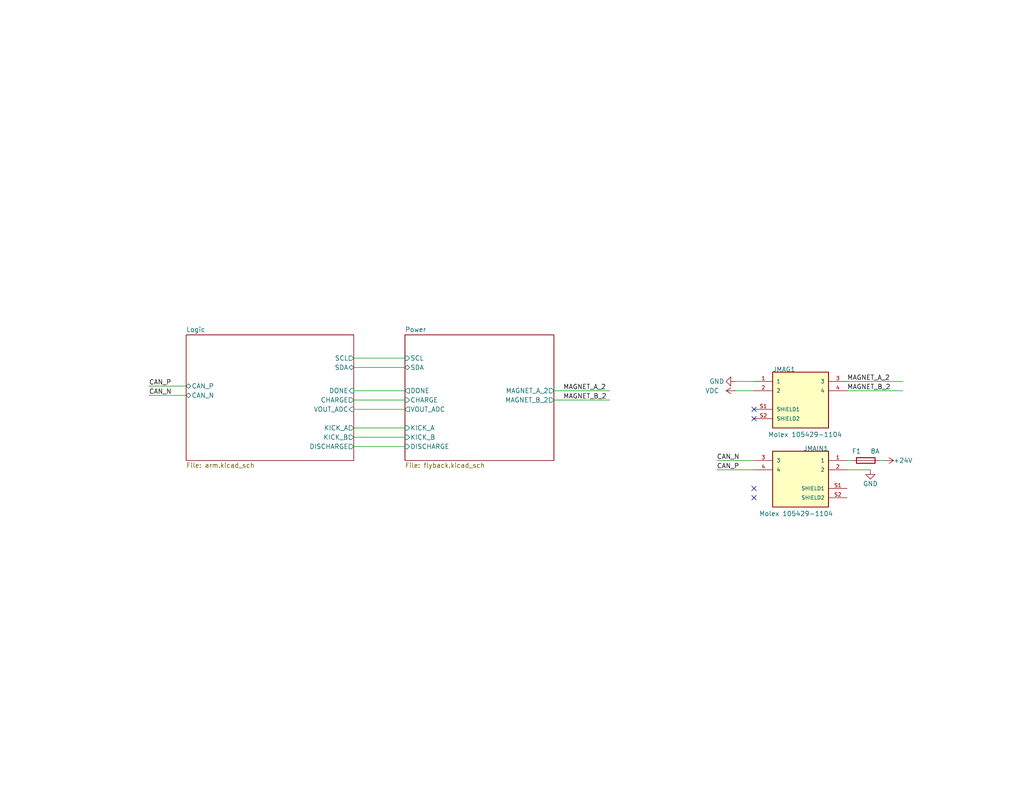
<source format=kicad_sch>
(kicad_sch (version 20230121) (generator eeschema)
  (paper "A")
  (lib_symbols
    (symbol "1054291104:1054291104" (pin_names (offset 1.016))
      (property "Reference" "J" (at -7.62 8.89 0))
      (property "Value" "1054291104" (at -7.62 -10.16 0))
      (symbol "1054291104_0_0"
        (rectangle (start -7.62 7.62) (end 7.62 -7.62) (stroke (width 0.254)) (fill (type background)))
        (pin passive line (at -12.7 5.08 0) (length 5.08) (name "1") (number "1"))
        (pin passive line (at -12.7 2.54 0) (length 5.08) (name "2") (number "2"))
        (pin passive line (at 12.7 5.08 180) (length 5.08) (name "3") (number "3"))
        (pin passive line (at 12.7 2.54 180) (length 5.08) (name "4") (number "4"))
        (pin passive line (at -12.7 -2.54 0) (length 5.08) (name "SHIELD1") (number "S1"))
        (pin passive line (at -12.7 -5.08 0) (length 5.08) (name "SHIELD2") (number "S2"))
      )
    )
    (symbol "Device:Fuse" (pin_numbers hide) (pin_names (offset 0))
      (property "Reference" "F" (at 2.032 0 90))
      (property "Value" "Fuse" (at -1.905 0 90))
      (symbol "Fuse_0_1"
        (rectangle (start -0.762 -2.54) (end 0.762 2.54) (stroke (width 0.254)))
        (polyline (pts (xy 0 2.54) (xy 0 -2.54)))
      )
      (symbol "Fuse_1_1"
        (pin passive line (at 0 3.81 270) (length 1.27) (name "~") (number "1"))
        (pin passive line (at 0 -3.81 90) (length 1.27) (name "~") (number "2"))
      )
    )
    (symbol "power:+24V" (power) (pin_names (offset 0))
      (property "Value" "+24V" (at 0 3.556 0))
      (symbol "+24V_0_1"
        (polyline (pts (xy -0.762 1.27) (xy 0 2.54)))
        (polyline (pts (xy 0 0) (xy 0 2.54)))
        (polyline (pts (xy 0 2.54) (xy 0.762 1.27)))
      )
      (symbol "+24V_1_1"
        (pin power_in line (at 0 0 90) (length 0) hide (name "+24V") (number "1"))
      )
    )
    (symbol "power:GND" (power) (pin_names (offset 0))
      (property "Value" "GND" (at 0 -3.81 0))
      (symbol "GND_0_1"
        (polyline (pts (xy 0 0) (xy 0 -1.27) (xy 1.27 -1.27) (xy 0 -2.54) (xy -1.27 -1.27) (xy 0 -1.27)))
      )
      (symbol "GND_1_1"
        (pin power_in line (at 0 0 270) (length 0) hide (name "GND") (number "1"))
      )
    )
    (symbol "power:VDC" (power) (pin_names (offset 0))
      (property "Value" "VDC" (at 0 6.35 0))
      (symbol "VDC_0_1"
        (polyline (pts (xy -0.762 1.27) (xy 0 2.54)))
        (polyline (pts (xy 0 0) (xy 0 2.54)))
        (polyline (pts (xy 0 2.54) (xy 0.762 1.27)))
      )
      (symbol "VDC_1_1"
        (pin power_in line (at 0 0 90) (length 0) hide (name "VDC") (number "1"))
      )
    )
  )
  (no_connect (at 205.74 133.35))
  (no_connect (at 205.74 114.3))
  (no_connect (at 205.74 111.76))
  (no_connect (at 205.74 135.89))
  (wire (pts (xy 96.52 97.79) (xy 110.49 97.79)))
  (wire (pts (xy 40.64 107.95) (xy 50.8 107.95)))
  (wire (pts (xy 231.14 104.14) (xy 246.38 104.14)))
  (wire (pts (xy 195.58 125.73) (xy 205.74 125.73)))
  (wire (pts (xy 195.58 128.27) (xy 205.74 128.27)))
  (wire (pts (xy 231.14 128.27) (xy 237.49 128.27)))
  (wire (pts (xy 151.13 106.68) (xy 166.37 106.68)))
  (wire (pts (xy 96.52 119.38) (xy 110.49 119.38)))
  (wire (pts (xy 231.14 106.68) (xy 246.38 106.68)))
  (wire (pts (xy 96.52 111.76) (xy 110.49 111.76)))
  (wire (pts (xy 200.66 104.14) (xy 205.74 104.14)))
  (wire (pts (xy 96.52 109.22) (xy 110.49 109.22)))
  (wire (pts (xy 96.52 121.92) (xy 110.49 121.92)))
  (wire (pts (xy 96.52 100.33) (xy 110.49 100.33)))
  (wire (pts (xy 231.14 125.73) (xy 232.41 125.73)))
  (wire (pts (xy 151.13 109.22) (xy 166.37 109.22)))
  (wire (pts (xy 96.52 116.84) (xy 110.49 116.84)))
  (wire (pts (xy 40.64 105.41) (xy 50.8 105.41)))
  (wire (pts (xy 240.03 125.73) (xy 241.3 125.73)))
  (wire (pts (xy 200.66 106.68) (xy 205.74 106.68)))
  (wire (pts (xy 96.52 106.68) (xy 110.49 106.68)))
  (label "CAN_P" (at 195.58 128.27 0))
  (label "CAN_N" (at 40.64 107.95 0))
  (label "MAGNET_A_2" (at 153.67 106.68 0))
  (label "CAN_P" (at 40.64 105.41 0))
  (label "CAN_N" (at 195.58 125.73 0))
  (label "MAGNET_A_2" (at 231.14 104.14 0))
  (label "MAGNET_B_2" (at 153.67 109.22 0))
  (label "MAGNET_B_2" (at 231.14 106.68 0))
  (symbol (lib_id "power:+24V") (at 241.3 125.73 270) (unit 1)
    (property "Reference" "#PWR062" (effects hide))
    (property "Value" "+24V" (at 246.38 125.73 90))
  )
  (symbol (lib_id "power:GND") (at 237.49 128.27 0) (unit 1)
    (property "Reference" "#PWR061" (effects hide))
    (property "Value" "GND" (at 237.49 132.08 0))
  )
  (symbol (lib_id "power:GND") (at 200.66 104.14 270) (unit 1)
    (property "Reference" "#PWR04" (effects hide))
    (property "Value" "GND" (at 195.58 104.14 90))
  )
  (symbol (lib_id "Device:Fuse") (at 236.22 125.73 90) (unit 1)
    (property "Reference" "F1" (at 233.68 123.19 90))
    (property "Value" "8A" (at 238.76 123.19 90))
    (property "Footprint" "Fuse:Fuse_0603_1608Metric_Pad1.05x0.95mm_HandSolder" (effects hide))
    (property "Part" "SF-0603SA800M-2" (effects hide))
  )
  (symbol (lib_id "1054291104:1054291104") (at 218.44 130.81 0) (mirror y) (unit 1)
    (property "Reference" "JMAIN1" (at 226.06 123.19 0) (effects (justify left bottom)))
    (property "Value" "Molex 105429-1104" (at 227.33 140.97 0) (effects (justify left bottom)))
    (property "Footprint" "1054291104:MOLEX_1054291104" (effects hide))
    (property "LIFECYCLE STATUS" "Not Listed by Manufacturer" (effects hide))
    (property "OCTOPART URL" "https://octopart.com/105429-1104-molex-97696459" (effects hide))
    (property "OCTOPARTID" "b40378db2bae6bc4" (effects hide))
    (property "MANUFACTURER PART NUMBER" "105429-1104" (effects hide))
    (property "PARTREV" "D" (effects hide))
    (property "MANUFACTURER" "Molex" (effects hide))
    (property "MAXIMUM_PACKAGE_HEIGHT" "11.16 mm" (effects hide))
    (property "STANDARD" "Manufacturer Recommendations" (effects hide))
  )
  (symbol (lib_id "power:VDC") (at 200.66 106.68 90) (unit 1)
    (property "Reference" "#PWR044" (effects hide))
    (property "Value" "+300V" (at 194.31 106.68 90))
  )
  (symbol (lib_id "1054291104:1054291104") (at 218.44 109.22 0) (unit 1)
    (property "Reference" "JMAG1" (at 210.82 101.6 0) (effects (justify left bottom)))
    (property "Value" "Molex 105429-1104" (at 209.55 119.38 0) (effects (justify left bottom)))
    (property "Footprint" "1054291104:MOLEX_1054291104" (effects hide))
    (property "LIFECYCLE STATUS" "Not Listed by Manufacturer" (effects hide))
    (property "OCTOPART URL" "https://octopart.com/105429-1104-molex-97696459" (effects hide))
    (property "OCTOPARTID" "b40378db2bae6bc4" (effects hide))
    (property "MANUFACTURER PART NUMBER" "105429-1104" (effects hide))
    (property "PARTREV" "D" (effects hide))
    (property "MANUFACTURER" "Molex" (effects hide))
    (property "MAXIMUM_PACKAGE_HEIGHT" "11.16 mm" (effects hide))
    (property "STANDARD" "Manufacturer Recommendations" (effects hide))
  )
  (sheet (at 50.8 91.44) (size 45.72 34.29) (stroke (width 0.1524))
    (property "Sheetname" "Logic" (at 50.8 90.7284 0) (effects (justify left bottom)))
    (property "Sheetfile" "arm.kicad_sch" (at 50.8 126.3146 0) (effects (justify left top)))
    (pin "SDA" bidirectional (at 96.52 100.33 0))
    (pin "SCL" output (at 96.52 97.79 0))
    (pin "KICK_A" output (at 96.52 116.84 0))
    (pin "CHARGE" output (at 96.52 109.22 0))
    (pin "KICK_B" output (at 96.52 119.38 0))
    (pin "VOUT_ADC" input (at 96.52 111.76 0))
    (pin "DONE" input (at 96.52 106.68 0))
    (pin "DISCHARGE" output (at 96.52 121.92 0))
    (pin "CAN_N" bidirectional (at 50.8 107.95 180))
    (pin "CAN_P" bidirectional (at 50.8 105.41 180))
  )
  (sheet (at 110.49 91.44) (size 40.64 34.29) (stroke (width 0.1524))
    (property "Sheetname" "Power" (at 110.49 90.7284 0) (effects (justify left bottom)))
    (property "Sheetfile" "flyback.kicad_sch" (at 110.49 126.3146 0) (effects (justify left top)))
    (pin "SCL" input (at 110.49 97.79 180))
    (pin "SDA" bidirectional (at 110.49 100.33 180))
    (pin "DONE" output (at 110.49 106.68 180))
    (pin "CHARGE" input (at 110.49 109.22 180))
    (pin "VOUT_ADC" output (at 110.49 111.76 180))
    (pin "KICK_B" input (at 110.49 119.38 180))
    (pin "DISCHARGE" input (at 110.49 121.92 180))
    (pin "KICK_A" input (at 110.49 116.84 180))
    (pin "MAGNET_B_2" output (at 151.13 109.22 0))
    (pin "MAGNET_A_2" output (at 151.13 106.68 0))
  )
)
</source>
